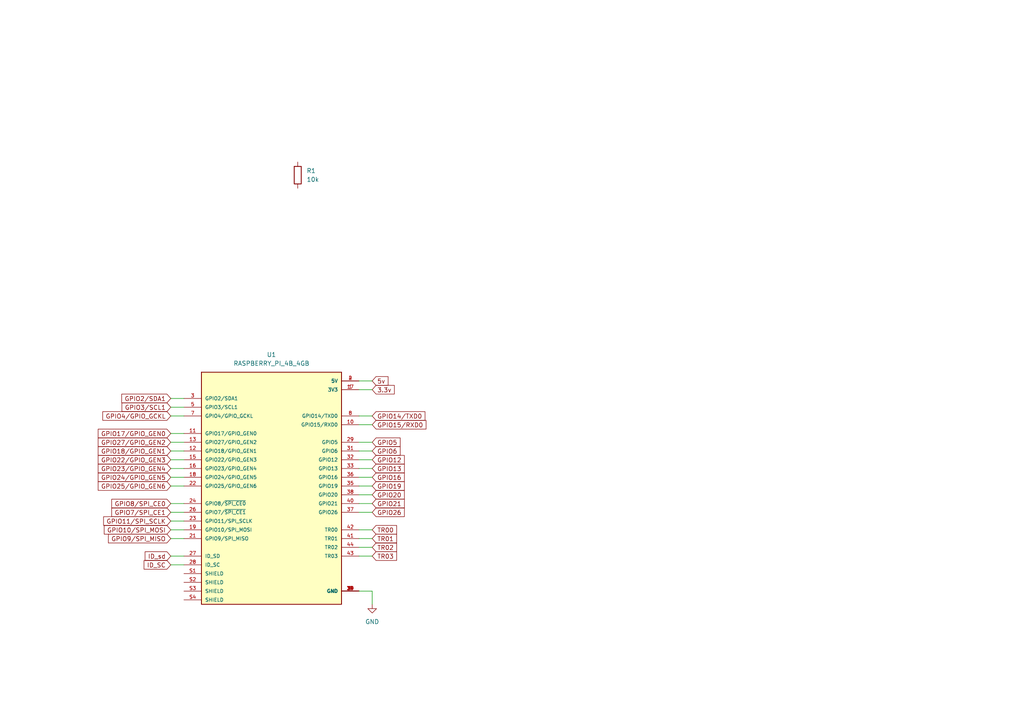
<source format=kicad_sch>
(kicad_sch (version 20230121) (generator eeschema)
  (paper "A4")
  (lib_symbols
    (symbol "Device:R" (pin_numbers hide) (pin_names (offset 0))
      (property "Reference" "R" (at 2.032 0 90))
      (property "Value" "R" (at 0 0 90))
      (symbol "R_0_1"
        (rectangle (start -1.016 -2.54) (end 1.016 2.54) (stroke (width 0.254)))
      )
      (symbol "R_1_1"
        (pin passive line (at 0 3.81 270) (length 1.27) (name "~") (number "1"))
        (pin passive line (at 0 -3.81 90) (length 1.27) (name "~") (number "2"))
      )
    )
    (symbol "RASPBERRY_PI_4B_4GB:RASPBERRY_PI_4B_4GB" (pin_names (offset 1.016))
      (property "Reference" "U1" (at 0 38.1 0))
      (property "Value" "RASPBERRY_PI_4B_4GB" (at 0 35.56 0))
      (symbol "RASPBERRY_PI_4B_4GB_0_0"
        (rectangle (start -20.32 33.02) (end 20.32 -34.29) (stroke (width 0.254)) (fill (type background)))
        (pin power_in line (at 25.4 27.94 180) (length 5.08) (name "3V3") (number "1"))
        (pin bidirectional line (at 25.4 17.78 180) (length 5.08) (name "GPIO15/RXD0") (number "10"))
        (pin bidirectional line (at -25.4 15.24 0) (length 5.08) (name "GPIO17/GPIO_GEN0") (number "11"))
        (pin bidirectional line (at -25.4 10.16 0) (length 5.08) (name "GPIO18/GPIO_GEN1") (number "12"))
        (pin bidirectional line (at -25.4 12.7 0) (length 5.08) (name "GPIO27/GPIO_GEN2") (number "13"))
        (pin power_in line (at 25.4 -30.48 180) (length 5.08) (name "GND") (number "14"))
        (pin bidirectional line (at -25.4 7.62 0) (length 5.08) (name "GPIO22/GPIO_GEN3") (number "15"))
        (pin bidirectional line (at -25.4 5.08 0) (length 5.08) (name "GPIO23/GPIO_GEN4") (number "16"))
        (pin power_in line (at 25.4 27.94 180) (length 5.08) (name "3V3") (number "17"))
        (pin bidirectional line (at -25.4 2.54 0) (length 5.08) (name "GPIO24/GPIO_GEN5") (number "18"))
        (pin bidirectional line (at -25.4 -12.7 0) (length 5.08) (name "GPIO10/SPI_MOSI") (number "19"))
        (pin power_in line (at 25.4 30.48 180) (length 5.08) (name "5V") (number "2"))
        (pin power_in line (at 25.4 -30.48 180) (length 5.08) (name "GND") (number "20"))
        (pin bidirectional line (at -25.4 -15.24 0) (length 5.08) (name "GPIO9/SPI_MISO") (number "21"))
        (pin bidirectional line (at -25.4 0 0) (length 5.08) (name "GPIO25/GPIO_GEN6") (number "22"))
        (pin bidirectional line (at -25.4 -10.16 0) (length 5.08) (name "GPIO11/SPI_SCLK") (number "23"))
        (pin bidirectional line (at -25.4 -5.08 0) (length 5.08) (name "GPIO8/~{SPI_CE0}") (number "24"))
        (pin power_in line (at 25.4 -30.48 180) (length 5.08) (name "GND") (number "25"))
        (pin bidirectional line (at -25.4 -7.62 0) (length 5.08) (name "GPIO7/~{SPI_CE1}") (number "26"))
        (pin bidirectional line (at -25.4 -20.32 0) (length 5.08) (name "ID_SD") (number "27"))
        (pin bidirectional line (at -25.4 -22.86 0) (length 5.08) (name "ID_SC") (number "28"))
        (pin bidirectional line (at 25.4 12.7 180) (length 5.08) (name "GPIO5") (number "29"))
        (pin bidirectional line (at -25.4 25.4 0) (length 5.08) (name "GPIO2/SDA1") (number "3"))
        (pin power_in line (at 25.4 -30.48 180) (length 5.08) (name "GND") (number "30"))
        (pin bidirectional line (at 25.4 10.16 180) (length 5.08) (name "GPIO6") (number "31"))
        (pin bidirectional line (at 25.4 7.62 180) (length 5.08) (name "GPIO12") (number "32"))
        (pin bidirectional line (at 25.4 5.08 180) (length 5.08) (name "GPIO13") (number "33"))
        (pin power_in line (at 25.4 -30.48 180) (length 5.08) (name "GND") (number "34"))
        (pin bidirectional line (at 25.4 0 180) (length 5.08) (name "GPIO19") (number "35"))
        (pin bidirectional line (at 25.4 2.54 180) (length 5.08) (name "GPIO16") (number "36"))
        (pin bidirectional line (at 25.4 -7.62 180) (length 5.08) (name "GPIO26") (number "37"))
        (pin bidirectional line (at 25.4 -2.54 180) (length 5.08) (name "GPIO20") (number "38"))
        (pin power_in line (at 25.4 -30.48 180) (length 5.08) (name "GND") (number "39"))
        (pin power_in line (at 25.4 30.48 180) (length 5.08) (name "5V") (number "4"))
        (pin bidirectional line (at 25.4 -5.08 180) (length 5.08) (name "GPIO21") (number "40"))
        (pin bidirectional line (at 25.4 -15.24 180) (length 5.08) (name "TR01") (number "41"))
        (pin bidirectional line (at 25.4 -12.7 180) (length 5.08) (name "TR00") (number "42"))
        (pin bidirectional line (at 25.4 -20.32 180) (length 5.08) (name "TR03") (number "43"))
        (pin bidirectional line (at 25.4 -17.78 180) (length 5.08) (name "TR02") (number "44"))
        (pin bidirectional line (at -25.4 22.86 0) (length 5.08) (name "GPIO3/SCL1") (number "5"))
        (pin power_in line (at 25.4 -30.48 180) (length 5.08) (name "GND") (number "6"))
        (pin bidirectional line (at -25.4 20.32 0) (length 5.08) (name "GPIO4/GPIO_GCKL") (number "7"))
        (pin bidirectional line (at 25.4 20.32 180) (length 5.08) (name "GPIO14/TXD0") (number "8"))
        (pin power_in line (at 25.4 -30.48 180) (length 5.08) (name "GND") (number "9"))
        (pin power_in line (at -25.4 -25.4 0) (length 5.08) (name "SHIELD") (number "S1"))
        (pin power_in line (at -25.4 -27.94 0) (length 5.08) (name "SHIELD") (number "S2"))
        (pin power_in line (at -25.4 -30.48 0) (length 5.08) (name "SHIELD") (number "S3"))
        (pin power_in line (at -25.4 -33.02 0) (length 5.08) (name "SHIELD") (number "S4"))
      )
    )
    (symbol "power:GND" (power) (pin_names (offset 0))
      (property "Value" "GND" (at 0 -3.81 0))
      (symbol "GND_0_1"
        (polyline (pts (xy 0 0) (xy 0 -1.27) (xy 1.27 -1.27) (xy 0 -2.54) (xy -1.27 -1.27) (xy 0 -1.27)))
      )
      (symbol "GND_1_1"
        (pin power_in line (at 0 0 270) (length 0) hide (name "GND") (number "1"))
      )
    )
  )
  (wire (pts (xy 104.14 120.65) (xy 107.95 120.65)))
  (wire (pts (xy 104.14 156.21) (xy 107.95 156.21)))
  (wire (pts (xy 49.53 163.83) (xy 53.34 163.83)))
  (wire (pts (xy 49.53 156.21) (xy 53.34 156.21)))
  (wire (pts (xy 49.53 130.81) (xy 53.34 130.81)))
  (wire (pts (xy 107.95 171.45) (xy 107.95 175.26)))
  (wire (pts (xy 104.14 123.19) (xy 107.95 123.19)))
  (wire (pts (xy 49.53 118.11) (xy 53.34 118.11)))
  (wire (pts (xy 49.53 133.35) (xy 53.34 133.35)))
  (wire (pts (xy 49.53 135.89) (xy 53.34 135.89)))
  (wire (pts (xy 104.14 135.89) (xy 107.95 135.89)))
  (wire (pts (xy 104.14 143.51) (xy 107.95 143.51)))
  (wire (pts (xy 104.14 146.05) (xy 107.95 146.05)))
  (wire (pts (xy 49.53 138.43) (xy 53.34 138.43)))
  (wire (pts (xy 104.14 171.45) (xy 107.95 171.45)))
  (wire (pts (xy 104.14 158.75) (xy 107.95 158.75)))
  (wire (pts (xy 104.14 113.03) (xy 107.95 113.03)))
  (wire (pts (xy 104.14 110.49) (xy 107.95 110.49)))
  (wire (pts (xy 49.53 120.65) (xy 53.34 120.65)))
  (wire (pts (xy 49.53 146.05) (xy 53.34 146.05)))
  (wire (pts (xy 104.14 148.59) (xy 107.95 148.59)))
  (wire (pts (xy 104.14 128.27) (xy 107.95 128.27)))
  (wire (pts (xy 49.53 151.13) (xy 53.34 151.13)))
  (wire (pts (xy 49.53 140.97) (xy 53.34 140.97)))
  (wire (pts (xy 49.53 161.29) (xy 53.34 161.29)))
  (wire (pts (xy 104.14 138.43) (xy 107.95 138.43)))
  (wire (pts (xy 104.14 140.97) (xy 107.95 140.97)))
  (wire (pts (xy 49.53 153.67) (xy 53.34 153.67)))
  (wire (pts (xy 104.14 161.29) (xy 107.95 161.29)))
  (wire (pts (xy 104.14 130.81) (xy 107.95 130.81)))
  (wire (pts (xy 104.14 133.35) (xy 107.95 133.35)))
  (wire (pts (xy 49.53 125.73) (xy 53.34 125.73)))
  (wire (pts (xy 49.53 128.27) (xy 53.34 128.27)))
  (wire (pts (xy 49.53 115.57) (xy 53.34 115.57)))
  (wire (pts (xy 49.53 148.59) (xy 53.34 148.59)))
  (wire (pts (xy 104.14 153.67) (xy 107.95 153.67)))
  (global_label "GPIO26" (shape input) (at 107.95 148.59 0) (property "Intersheetrefs" "${INTERSHEET_REFS}" (effects hide)))
  (global_label "GPIO6" (shape input) (at 107.95 130.81 0) (property "Intersheetrefs" "${INTERSHEET_REFS}" (effects hide)))
  (global_label "TR00" (shape input) (at 107.95 153.67 0) (property "Intersheetrefs" "${INTERSHEET_REFS}" (effects hide)))
  (global_label "GPIO17{slash}GPIO_GEN0" (shape input) (at 49.53 125.73 180) (property "Intersheetrefs" "${INTERSHEET_REFS}" (effects hide)))
  (global_label "GPIO27{slash}GPIO_GEN2" (shape input) (at 49.53 128.27 180) (property "Intersheetrefs" "${INTERSHEET_REFS}" (effects hide)))
  (global_label "GPIO19" (shape input) (at 107.95 140.97 0) (property "Intersheetrefs" "${INTERSHEET_REFS}" (effects hide)))
  (global_label "GPIO21" (shape input) (at 107.95 146.05 0) (property "Intersheetrefs" "${INTERSHEET_REFS}" (effects hide)))
  (global_label "TR02" (shape input) (at 107.95 158.75 0) (property "Intersheetrefs" "${INTERSHEET_REFS}" (effects hide)))
  (global_label "GPIO4{slash}GPIO_GCKL" (shape input) (at 49.53 120.65 180) (property "Intersheetrefs" "${INTERSHEET_REFS}" (effects hide)))
  (global_label "GPIO10{slash}SPI_MOSI" (shape input) (at 49.53 153.67 180) (property "Intersheetrefs" "${INTERSHEET_REFS}" (effects hide)))
  (global_label "GPIO12" (shape input) (at 107.95 133.35 0) (property "Intersheetrefs" "${INTERSHEET_REFS}" (effects hide)))
  (global_label "GPIO14{slash}TXD0" (shape input) (at 107.95 120.65 0) (property "Intersheetrefs" "${INTERSHEET_REFS}" (effects hide)))
  (global_label "GPIO9{slash}SPI_MISO" (shape input) (at 49.53 156.21 180) (property "Intersheetrefs" "${INTERSHEET_REFS}" (effects hide)))
  (global_label "GPIO25{slash}GPIO_GEN6" (shape input) (at 49.53 140.97 180) (property "Intersheetrefs" "${INTERSHEET_REFS}" (effects hide)))
  (global_label "GPIO15{slash}RXD0" (shape input) (at 107.95 123.19 0) (property "Intersheetrefs" "${INTERSHEET_REFS}" (effects hide)))
  (global_label "GPIO23{slash}GPIO_GEN4" (shape input) (at 49.53 135.89 180) (property "Intersheetrefs" "${INTERSHEET_REFS}" (effects hide)))
  (global_label "GPIO22{slash}GPIO_GEN3" (shape input) (at 49.53 133.35 180) (property "Intersheetrefs" "${INTERSHEET_REFS}" (effects hide)))
  (global_label "GPIO13" (shape input) (at 107.95 135.89 0) (property "Intersheetrefs" "${INTERSHEET_REFS}" (effects hide)))
  (global_label "ID_sd" (shape input) (at 49.53 161.29 180) (property "Intersheetrefs" "${INTERSHEET_REFS}" (effects hide)))
  (global_label "GPIO2{slash}SDA1" (shape input) (at 49.53 115.57 180) (property "Intersheetrefs" "${INTERSHEET_REFS}" (effects hide)))
  (global_label "GPIO8{slash}SPI_CE0" (shape input) (at 49.53 146.05 180) (property "Intersheetrefs" "${INTERSHEET_REFS}" (effects hide)))
  (global_label "GPIO18{slash}GPIO_GEN1" (shape input) (at 49.53 130.81 180) (property "Intersheetrefs" "${INTERSHEET_REFS}" (effects hide)))
  (global_label "GPIO5" (shape input) (at 107.95 128.27 0) (property "Intersheetrefs" "${INTERSHEET_REFS}" (effects hide)))
  (global_label "TR01" (shape input) (at 107.95 156.21 0) (property "Intersheetrefs" "${INTERSHEET_REFS}" (effects hide)))
  (global_label "GPIO7{slash}SPI_CE1" (shape input) (at 49.53 148.59 180) (property "Intersheetrefs" "${INTERSHEET_REFS}" (effects hide)))
  (global_label "3.3v" (shape input) (at 107.95 113.03 0) (property "Intersheetrefs" "${INTERSHEET_REFS}" (effects hide)))
  (global_label "GPIO3{slash}SCL1" (shape input) (at 49.53 118.11 180) (property "Intersheetrefs" "${INTERSHEET_REFS}" (effects hide)))
  (global_label "ID_SC" (shape input) (at 49.53 163.83 180) (property "Intersheetrefs" "${INTERSHEET_REFS}" (effects hide)))
  (global_label "TR03" (shape input) (at 107.95 161.29 0) (property "Intersheetrefs" "${INTERSHEET_REFS}" (effects hide)))
  (global_label "5v" (shape input) (at 107.95 110.49 0) (property "Intersheetrefs" "${INTERSHEET_REFS}" (effects hide)))
  (global_label "GPIO24{slash}GPIO_GEN5" (shape input) (at 49.53 138.43 180) (property "Intersheetrefs" "${INTERSHEET_REFS}" (effects hide)))
  (global_label "GPIO20" (shape input) (at 107.95 143.51 0) (property "Intersheetrefs" "${INTERSHEET_REFS}" (effects hide)))
  (global_label "GPIO11{slash}SPI_SCLK" (shape input) (at 49.53 151.13 180) (property "Intersheetrefs" "${INTERSHEET_REFS}" (effects hide)))
  (global_label "GPIO16" (shape input) (at 107.95 138.43 0) (property "Intersheetrefs" "${INTERSHEET_REFS}" (effects hide)))
  (symbol (lib_id "RASPBERRY_PI_4B_4GB:RASPBERRY_PI_4B_4GB") (at 78.74 140.97 0) (unit 1)
    (property "Reference" "U1" (at 78.74 102.87 0))
    (property "Value" "RASPBERRY_PI_4B_4GB" (at 78.74 105.41 0))
    (property "Footprint" "RASPBERRY_PI_4B_4GB:MODULE_RASPBERRY_PI_4B_4GB" (effects hide))
    (property "MF" "Raspberry Pi" (effects hide))
    (property "MAXIMUM_PACKAGE_HEIGHT" "16 mm" (effects hide))
    (property "Package" "None" (effects hide))
    (property "Price" "None" (effects hide))
    (property "Check_prices" "https://www.snapeda.com/parts/RASPBERRY%20PI%204B/4GB/Raspberry+Pi/view-part/?ref=eda" (effects hide))
    (property "STANDARD" "Manufacturer Recommendations" (effects hide))
    (property "PARTREV" "4" (effects hide))
    (property "SnapEDA_Link" "https://www.snapeda.com/parts/RASPBERRY%20PI%204B/4GB/Raspberry+Pi/view-part/?ref=snap" (effects hide))
    (property "MP" "RASPBERRY PI 4B/4GB" (effects hide))
    (property "Description" "\nBCM2711 Raspberry Pi 4 Model B 4GB - ARM® Cortex®-A72 MPU Embedded Evaluation Board\n" (effects hide))
    (property "MANUFACTURER" "Raspberry Pi" (effects hide))
    (property "Availability" "Not in stock" (effects hide))
    (property "SNAPEDA_PN" "RASPBERRY PI 4B/4GB" (effects hide))
  )
  (symbol (lib_id "Device:R") (at 86.36 50.8 0) (unit 1)
    (property "Reference" "R1" (at 88.9 49.53 0) (effects (justify left)))
    (property "Value" "10k" (at 88.9 52.07 0) (effects (justify left)))
    (property "Footprint" "Resistor_SMD:R_0603_1608Metric" (effects hide))
  )
  (symbol (lib_id "power:GND") (at 107.95 175.26 0) (unit 1)
    (property "Reference" "#PWR01" (effects hide))
    (property "Value" "GND" (at 107.95 180.34 0))
  )
)
</source>
